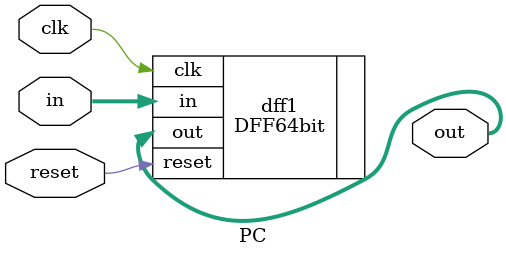
<source format=sv>
`timescale 1ns/10ps

module PC(out, in, reset, clk);
	output logic [63:0] out;
	input logic [63:0] in;
	input reset, clk;
	
	DFF64bit dff1 (.out, .in, .reset, .clk);

endmodule

</source>
